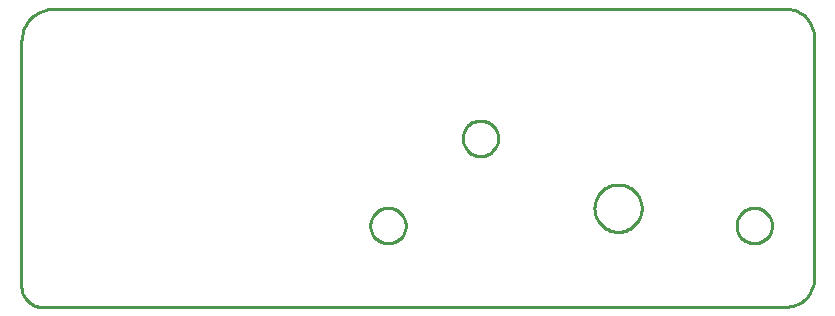
<source format=gbr>
G04 EAGLE Gerber X2 export*
%TF.Part,Single*%
%TF.FileFunction,Profile,NP*%
%TF.FilePolarity,Positive*%
%TF.GenerationSoftware,Autodesk,EAGLE,9.1.3*%
%TF.CreationDate,2019-04-17T09:40:26Z*%
G75*
%MOMM*%
%FSLAX34Y34*%
%LPD*%
%AMOC8*
5,1,8,0,0,1.08239X$1,22.5*%
G01*
%ADD10C,0.254000*%


D10*
X6604Y107696D02*
X6772Y106140D01*
X7075Y104604D01*
X7510Y103100D01*
X8075Y101640D01*
X8765Y100235D01*
X9575Y98896D01*
X10498Y97632D01*
X11528Y96453D01*
X12657Y95369D01*
X13876Y94387D01*
X15176Y93515D01*
X16547Y92760D01*
X17979Y92127D01*
X19461Y91621D01*
X20980Y91246D01*
X22527Y91006D01*
X24089Y90901D01*
X25654Y90932D01*
X653542Y90932D01*
X655645Y91024D01*
X657732Y91299D01*
X659787Y91754D01*
X661795Y92387D01*
X663740Y93193D01*
X665607Y94165D01*
X667382Y95296D01*
X669052Y96577D01*
X670605Y98000D01*
X672027Y99552D01*
X673308Y101222D01*
X674439Y102997D01*
X675411Y104864D01*
X676217Y106809D01*
X676850Y108817D01*
X677305Y110872D01*
X677580Y112959D01*
X677672Y115062D01*
X677672Y319024D01*
X677579Y321149D01*
X677302Y323258D01*
X676841Y325335D01*
X676201Y327364D01*
X675387Y329329D01*
X674405Y331216D01*
X673262Y333010D01*
X671967Y334698D01*
X670530Y336266D01*
X668962Y337703D01*
X667274Y338998D01*
X665480Y340141D01*
X663593Y341123D01*
X661628Y341937D01*
X659599Y342577D01*
X657522Y343038D01*
X655413Y343315D01*
X653288Y343408D01*
X34290Y343408D01*
X31877Y343303D01*
X29482Y342987D01*
X27124Y342465D01*
X24821Y341738D01*
X22589Y340814D01*
X20447Y339699D01*
X18410Y338401D01*
X16494Y336931D01*
X14713Y335299D01*
X13081Y333518D01*
X11611Y331602D01*
X10313Y329565D01*
X9198Y327423D01*
X8274Y325191D01*
X7547Y322888D01*
X7025Y320530D01*
X6709Y318135D01*
X6604Y315722D01*
X6604Y314198D01*
X6604Y107696D01*
X410224Y233144D02*
X410148Y232076D01*
X409995Y231015D01*
X409767Y229968D01*
X409465Y228940D01*
X409091Y227936D01*
X408646Y226961D01*
X408132Y226021D01*
X407553Y225120D01*
X406911Y224262D01*
X406209Y223452D01*
X405452Y222695D01*
X404642Y221993D01*
X403784Y221351D01*
X402883Y220772D01*
X401943Y220258D01*
X400968Y219813D01*
X399964Y219439D01*
X398936Y219137D01*
X397889Y218909D01*
X396828Y218756D01*
X395760Y218680D01*
X394688Y218680D01*
X393620Y218756D01*
X392559Y218909D01*
X391512Y219137D01*
X390484Y219439D01*
X389480Y219813D01*
X388505Y220258D01*
X387565Y220772D01*
X386664Y221351D01*
X385806Y221993D01*
X384996Y222695D01*
X384239Y223452D01*
X383537Y224262D01*
X382895Y225120D01*
X382316Y226021D01*
X381802Y226961D01*
X381357Y227936D01*
X380983Y228940D01*
X380681Y229968D01*
X380453Y231015D01*
X380300Y232076D01*
X380224Y233144D01*
X380224Y234216D01*
X380300Y235284D01*
X380453Y236345D01*
X380681Y237392D01*
X380983Y238420D01*
X381357Y239424D01*
X381802Y240399D01*
X382316Y241339D01*
X382895Y242240D01*
X383537Y243098D01*
X384239Y243908D01*
X384996Y244665D01*
X385806Y245367D01*
X386664Y246009D01*
X387565Y246588D01*
X388505Y247102D01*
X389480Y247547D01*
X390484Y247921D01*
X391512Y248223D01*
X392559Y248451D01*
X393620Y248604D01*
X394688Y248680D01*
X395760Y248680D01*
X396828Y248604D01*
X397889Y248451D01*
X398936Y248223D01*
X399964Y247921D01*
X400968Y247547D01*
X401943Y247102D01*
X402883Y246588D01*
X403784Y246009D01*
X404642Y245367D01*
X405452Y244665D01*
X406209Y243908D01*
X406911Y243098D01*
X407553Y242240D01*
X408132Y241339D01*
X408646Y240399D01*
X409091Y239424D01*
X409465Y238420D01*
X409767Y237392D01*
X409995Y236345D01*
X410148Y235284D01*
X410224Y234216D01*
X410224Y233144D01*
X331992Y159230D02*
X331916Y158162D01*
X331763Y157101D01*
X331535Y156054D01*
X331233Y155026D01*
X330859Y154022D01*
X330414Y153047D01*
X329900Y152107D01*
X329321Y151206D01*
X328679Y150348D01*
X327977Y149538D01*
X327220Y148781D01*
X326410Y148079D01*
X325552Y147437D01*
X324651Y146858D01*
X323711Y146344D01*
X322736Y145899D01*
X321732Y145525D01*
X320704Y145223D01*
X319657Y144995D01*
X318596Y144842D01*
X317528Y144766D01*
X316456Y144766D01*
X315388Y144842D01*
X314327Y144995D01*
X313280Y145223D01*
X312252Y145525D01*
X311248Y145899D01*
X310273Y146344D01*
X309333Y146858D01*
X308432Y147437D01*
X307574Y148079D01*
X306764Y148781D01*
X306007Y149538D01*
X305305Y150348D01*
X304663Y151206D01*
X304084Y152107D01*
X303570Y153047D01*
X303125Y154022D01*
X302751Y155026D01*
X302449Y156054D01*
X302221Y157101D01*
X302068Y158162D01*
X301992Y159230D01*
X301992Y160302D01*
X302068Y161370D01*
X302221Y162431D01*
X302449Y163478D01*
X302751Y164506D01*
X303125Y165510D01*
X303570Y166485D01*
X304084Y167425D01*
X304663Y168326D01*
X305305Y169184D01*
X306007Y169994D01*
X306764Y170751D01*
X307574Y171453D01*
X308432Y172095D01*
X309333Y172674D01*
X310273Y173188D01*
X311248Y173633D01*
X312252Y174007D01*
X313280Y174309D01*
X314327Y174537D01*
X315388Y174690D01*
X316456Y174766D01*
X317528Y174766D01*
X318596Y174690D01*
X319657Y174537D01*
X320704Y174309D01*
X321732Y174007D01*
X322736Y173633D01*
X323711Y173188D01*
X324651Y172674D01*
X325552Y172095D01*
X326410Y171453D01*
X327220Y170751D01*
X327977Y169994D01*
X328679Y169184D01*
X329321Y168326D01*
X329900Y167425D01*
X330414Y166485D01*
X330859Y165510D01*
X331233Y164506D01*
X331535Y163478D01*
X331763Y162431D01*
X331916Y161370D01*
X331992Y160302D01*
X331992Y159230D01*
X642126Y159230D02*
X642050Y158162D01*
X641897Y157101D01*
X641669Y156054D01*
X641367Y155026D01*
X640993Y154022D01*
X640548Y153047D01*
X640034Y152107D01*
X639455Y151206D01*
X638813Y150348D01*
X638111Y149538D01*
X637354Y148781D01*
X636544Y148079D01*
X635686Y147437D01*
X634785Y146858D01*
X633845Y146344D01*
X632870Y145899D01*
X631866Y145525D01*
X630838Y145223D01*
X629791Y144995D01*
X628730Y144842D01*
X627662Y144766D01*
X626590Y144766D01*
X625522Y144842D01*
X624461Y144995D01*
X623414Y145223D01*
X622386Y145525D01*
X621382Y145899D01*
X620407Y146344D01*
X619467Y146858D01*
X618566Y147437D01*
X617708Y148079D01*
X616898Y148781D01*
X616141Y149538D01*
X615439Y150348D01*
X614797Y151206D01*
X614218Y152107D01*
X613704Y153047D01*
X613259Y154022D01*
X612885Y155026D01*
X612583Y156054D01*
X612355Y157101D01*
X612202Y158162D01*
X612126Y159230D01*
X612126Y160302D01*
X612202Y161370D01*
X612355Y162431D01*
X612583Y163478D01*
X612885Y164506D01*
X613259Y165510D01*
X613704Y166485D01*
X614218Y167425D01*
X614797Y168326D01*
X615439Y169184D01*
X616141Y169994D01*
X616898Y170751D01*
X617708Y171453D01*
X618566Y172095D01*
X619467Y172674D01*
X620407Y173188D01*
X621382Y173633D01*
X622386Y174007D01*
X623414Y174309D01*
X624461Y174537D01*
X625522Y174690D01*
X626590Y174766D01*
X627662Y174766D01*
X628730Y174690D01*
X629791Y174537D01*
X630838Y174309D01*
X631866Y174007D01*
X632870Y173633D01*
X633845Y173188D01*
X634785Y172674D01*
X635686Y172095D01*
X636544Y171453D01*
X637354Y170751D01*
X638111Y169994D01*
X638813Y169184D01*
X639455Y168326D01*
X640034Y167425D01*
X640548Y166485D01*
X640993Y165510D01*
X641367Y164506D01*
X641669Y163478D01*
X641897Y162431D01*
X642050Y161370D01*
X642126Y160302D01*
X642126Y159230D01*
X531810Y173894D02*
X531737Y172687D01*
X531591Y171487D01*
X531373Y170298D01*
X531084Y169125D01*
X530725Y167971D01*
X530296Y166841D01*
X529800Y165739D01*
X529238Y164668D01*
X528613Y163634D01*
X527926Y162639D01*
X527181Y161688D01*
X526379Y160783D01*
X525525Y159929D01*
X524620Y159127D01*
X523669Y158382D01*
X522674Y157695D01*
X521640Y157070D01*
X520569Y156508D01*
X519467Y156012D01*
X518337Y155583D01*
X517183Y155224D01*
X516010Y154935D01*
X514821Y154717D01*
X513621Y154571D01*
X512414Y154498D01*
X511206Y154498D01*
X509999Y154571D01*
X508799Y154717D01*
X507610Y154935D01*
X506437Y155224D01*
X505283Y155583D01*
X504153Y156012D01*
X503051Y156508D01*
X501980Y157070D01*
X500946Y157695D01*
X499951Y158382D01*
X499000Y159127D01*
X498095Y159929D01*
X497241Y160783D01*
X496439Y161688D01*
X495694Y162639D01*
X495007Y163634D01*
X494382Y164668D01*
X493820Y165739D01*
X493324Y166841D01*
X492895Y167971D01*
X492536Y169125D01*
X492247Y170298D01*
X492029Y171487D01*
X491883Y172687D01*
X491810Y173894D01*
X491810Y175102D01*
X491883Y176309D01*
X492029Y177509D01*
X492247Y178698D01*
X492536Y179871D01*
X492895Y181025D01*
X493324Y182155D01*
X493820Y183257D01*
X494382Y184328D01*
X495007Y185362D01*
X495694Y186357D01*
X496439Y187308D01*
X497241Y188213D01*
X498095Y189067D01*
X499000Y189869D01*
X499951Y190614D01*
X500946Y191301D01*
X501980Y191926D01*
X503051Y192488D01*
X504153Y192984D01*
X505283Y193413D01*
X506437Y193772D01*
X507610Y194061D01*
X508799Y194279D01*
X509999Y194425D01*
X511206Y194498D01*
X512414Y194498D01*
X513621Y194425D01*
X514821Y194279D01*
X516010Y194061D01*
X517183Y193772D01*
X518337Y193413D01*
X519467Y192984D01*
X520569Y192488D01*
X521640Y191926D01*
X522674Y191301D01*
X523669Y190614D01*
X524620Y189869D01*
X525525Y189067D01*
X526379Y188213D01*
X527181Y187308D01*
X527926Y186357D01*
X528613Y185362D01*
X529238Y184328D01*
X529800Y183257D01*
X530296Y182155D01*
X530725Y181025D01*
X531084Y179871D01*
X531373Y178698D01*
X531591Y177509D01*
X531737Y176309D01*
X531810Y175102D01*
X531810Y173894D01*
M02*

</source>
